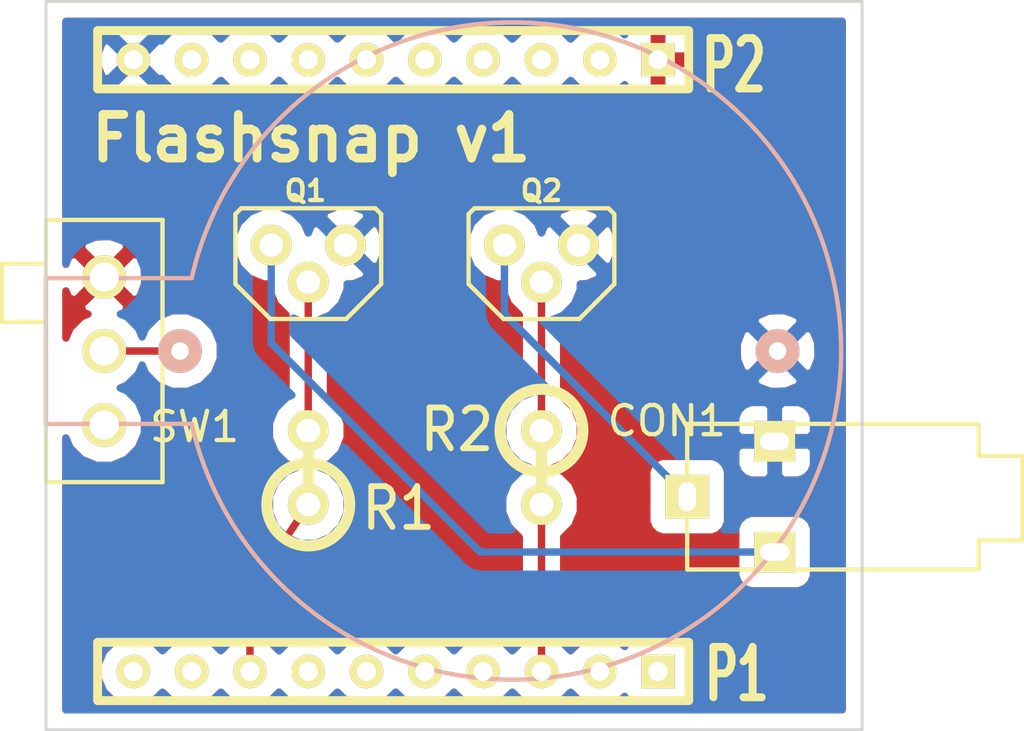
<source format=kicad_pcb>
(kicad_pcb (version 3) (host pcbnew "(2013-jul-07)-stable")

  (general
    (links 12)
    (no_connects 0)
    (area 178.170999 134.949999 216.240111 161.683)
    (thickness 1.6)
    (drawings 5)
    (tracks 12)
    (zones 0)
    (modules 9)
    (nets 10)
  )

  (page A3)
  (layers
    (15 F.Cu signal)
    (0 B.Cu signal)
    (16 B.Adhes user)
    (17 F.Adhes user)
    (18 B.Paste user)
    (19 F.Paste user)
    (20 B.SilkS user)
    (21 F.SilkS user)
    (22 B.Mask user)
    (23 F.Mask user)
    (24 Dwgs.User user)
    (25 Cmts.User user)
    (26 Eco1.User user)
    (27 Eco2.User user)
    (28 Edge.Cuts user)
  )

  (setup
    (last_trace_width 0.254)
    (trace_clearance 0.254)
    (zone_clearance 0.508)
    (zone_45_only no)
    (trace_min 0.254)
    (segment_width 0.2)
    (edge_width 0.1)
    (via_size 0.889)
    (via_drill 0.635)
    (via_min_size 0.889)
    (via_min_drill 0.508)
    (uvia_size 0.508)
    (uvia_drill 0.127)
    (uvias_allowed no)
    (uvia_min_size 0.508)
    (uvia_min_drill 0.127)
    (pcb_text_width 0.3)
    (pcb_text_size 1.5 1.5)
    (mod_edge_width 0.15)
    (mod_text_size 1 1)
    (mod_text_width 0.15)
    (pad_size 1.5 1.5)
    (pad_drill 0.6)
    (pad_to_mask_clearance 0)
    (aux_axis_origin 0 0)
    (visible_elements FFFFFFBF)
    (pcbplotparams
      (layerselection 3178497)
      (usegerberextensions true)
      (excludeedgelayer true)
      (linewidth 0.150000)
      (plotframeref false)
      (viasonmask false)
      (mode 1)
      (useauxorigin false)
      (hpglpennumber 1)
      (hpglpenspeed 20)
      (hpglpendiameter 15)
      (hpglpenoverlay 2)
      (psnegative false)
      (psa4output false)
      (plotreference true)
      (plotvalue true)
      (plotothertext true)
      (plotinvisibletext false)
      (padsonsilk false)
      (subtractmaskfromsilk false)
      (outputformat 1)
      (mirror false)
      (drillshape 1)
      (scaleselection 1)
      (outputdirectory ""))
  )

  (net 0 "")
  (net 1 N-000001)
  (net 2 N-0000010)
  (net 3 N-0000011)
  (net 4 N-0000012)
  (net 5 N-000004)
  (net 6 N-000005)
  (net 7 N-000007)
  (net 8 N-000008)
  (net 9 N-000009)

  (net_class Default "This is the default net class."
    (clearance 0.254)
    (trace_width 0.254)
    (via_dia 0.889)
    (via_drill 0.635)
    (uvia_dia 0.508)
    (uvia_drill 0.127)
    (add_net "")
    (add_net N-000001)
    (add_net N-0000010)
    (add_net N-0000011)
    (add_net N-0000012)
    (add_net N-000004)
    (add_net N-000005)
    (add_net N-000007)
    (add_net N-000008)
    (add_net N-000009)
  )

  (module R1 (layer F.Cu) (tedit 54821646) (tstamp 5481E619)
    (at 189 151 90)
    (descr "Resistance verticale")
    (tags R)
    (path /5481CDAF)
    (autoplace_cost90 10)
    (autoplace_cost180 10)
    (fp_text reference R1 (at -1.4 3.1 180) (layer F.SilkS)
      (effects (font (size 1.397 1.27) (thickness 0.2032)))
    )
    (fp_text value R (at -1.143 2.54 90) (layer F.SilkS) hide
      (effects (font (size 1.397 1.27) (thickness 0.2032)))
    )
    (fp_line (start -1.27 0) (end 1.27 0) (layer F.SilkS) (width 0.381))
    (fp_circle (center -1.27 0) (end -0.635 1.27) (layer F.SilkS) (width 0.381))
    (pad 1 thru_hole circle (at -1.27 0 90) (size 1.397 1.397) (drill 0.8128)
      (layers *.Cu *.Mask F.SilkS)
      (net 4 N-0000012)
    )
    (pad 2 thru_hole circle (at 1.27 0 90) (size 1.397 1.397) (drill 0.8128)
      (layers *.Cu *.Mask F.SilkS)
      (net 7 N-000007)
    )
    (model discret/verti_resistor.wrl
      (at (xyz 0 0 0))
      (scale (xyz 1 1 1))
      (rotate (xyz 0 0 0))
    )
  )

  (module R1 (layer F.Cu) (tedit 5482161D) (tstamp 5482121D)
    (at 197 151 270)
    (descr "Resistance verticale")
    (tags R)
    (path /5481CDBE)
    (autoplace_cost90 10)
    (autoplace_cost180 10)
    (fp_text reference R2 (at -1.3 2.9 360) (layer F.SilkS)
      (effects (font (size 1.397 1.27) (thickness 0.2032)))
    )
    (fp_text value R (at -1.143 2.54 270) (layer F.SilkS) hide
      (effects (font (size 1.397 1.27) (thickness 0.2032)))
    )
    (fp_line (start -1.27 0) (end 1.27 0) (layer F.SilkS) (width 0.381))
    (fp_circle (center -1.27 0) (end -0.635 1.27) (layer F.SilkS) (width 0.381))
    (pad 1 thru_hole circle (at -1.27 0 270) (size 1.397 1.397) (drill 0.8128)
      (layers *.Cu *.Mask F.SilkS)
      (net 9 N-000009)
    )
    (pad 2 thru_hole circle (at 1.27 0 270) (size 1.397 1.397) (drill 0.8128)
      (layers *.Cu *.Mask F.SilkS)
      (net 8 N-000008)
    )
    (model discret/verti_resistor.wrl
      (at (xyz 0 0 0))
      (scale (xyz 1 1 1))
      (rotate (xyz 0 0 0))
    )
  )

  (module CONN-10-2MM (layer F.Cu) (tedit 548216CC) (tstamp 5481E633)
    (at 192 137 180)
    (descr "Connecteur 10 pins")
    (tags "CONN DEV")
    (path /5481CE79)
    (fp_text reference P2 (at -11.6 -0.2 180) (layer F.SilkS)
      (effects (font (size 1.72974 1.08712) (thickness 0.27178)))
    )
    (fp_text value CONN_10 (at 6.35 -2.54 180) (layer F.SilkS) hide
      (effects (font (size 1.524 1.016) (thickness 0.254)))
    )
    (fp_line (start 10.22604 -0.97536) (end 10.22604 0.94996) (layer F.SilkS) (width 0.3048))
    (fp_line (start -10.05078 0.97536) (end -10.05078 -0.97536) (layer F.SilkS) (width 0.3048))
    (fp_line (start -10.05078 1.00076) (end 10.22604 1.00076) (layer F.SilkS) (width 0.3048))
    (fp_line (start 10.22604 -1.00076) (end -10.05078 -1.00076) (layer F.SilkS) (width 0.3048))
    (pad 10 thru_hole circle (at 8.99922 0 180) (size 1.15062 1.15062) (drill 0.65024)
      (layers *.Cu *.Mask F.SilkS)
      (net 5 N-000004)
    )
    (pad 6 thru_hole circle (at 1.00076 0 180) (size 1.15062 1.15062) (drill 0.65024)
      (layers *.Cu *.Mask F.SilkS)
    )
    (pad 7 thru_hole circle (at 2.99974 0 180) (size 1.15062 1.15062) (drill 0.65024)
      (layers *.Cu *.Mask F.SilkS)
    )
    (pad 8 thru_hole circle (at 5.00126 0 180) (size 1.15062 1.15062) (drill 0.65024)
      (layers *.Cu *.Mask F.SilkS)
    )
    (pad 9 thru_hole circle (at 7.00024 0 180) (size 1.15062 1.15062) (drill 0.65024)
      (layers *.Cu *.Mask F.SilkS)
    )
    (pad 5 thru_hole circle (at -1.00076 0 180) (size 1.15062 1.15062) (drill 0.65024)
      (layers *.Cu *.Mask F.SilkS)
    )
    (pad 4 thru_hole circle (at -2.99974 0 180) (size 1.15062 1.15062) (drill 0.65024)
      (layers *.Cu *.Mask F.SilkS)
    )
    (pad 3 thru_hole circle (at -5.00126 0 180) (size 1.15062 1.15062) (drill 0.65024)
      (layers *.Cu *.Mask F.SilkS)
    )
    (pad 1 thru_hole rect (at -8.99922 0 180) (size 1.15062 1.15062) (drill 0.65024)
      (layers *.Cu *.Mask F.SilkS)
      (net 1 N-000001)
    )
    (pad 2 thru_hole circle (at -7.00024 0 180) (size 1.15062 1.15062) (drill 0.65024)
      (layers *.Cu *.Mask F.SilkS)
    )
  )

  (module CONN-10-2MM (layer F.Cu) (tedit 548216B7) (tstamp 5481E645)
    (at 192 158 180)
    (descr "Connecteur 10 pins")
    (tags "CONN DEV")
    (path /5481CE88)
    (fp_text reference P1 (at -11.7 -0.1 180) (layer F.SilkS)
      (effects (font (size 1.72974 1.08712) (thickness 0.27178)))
    )
    (fp_text value CONN_10 (at 6.35 -2.54 180) (layer F.SilkS) hide
      (effects (font (size 1.524 1.016) (thickness 0.254)))
    )
    (fp_line (start 10.22604 -0.97536) (end 10.22604 0.94996) (layer F.SilkS) (width 0.3048))
    (fp_line (start -10.05078 0.97536) (end -10.05078 -0.97536) (layer F.SilkS) (width 0.3048))
    (fp_line (start -10.05078 1.00076) (end 10.22604 1.00076) (layer F.SilkS) (width 0.3048))
    (fp_line (start 10.22604 -1.00076) (end -10.05078 -1.00076) (layer F.SilkS) (width 0.3048))
    (pad 10 thru_hole circle (at 8.99922 0 180) (size 1.15062 1.15062) (drill 0.65024)
      (layers *.Cu *.Mask F.SilkS)
    )
    (pad 6 thru_hole circle (at 1.00076 0 180) (size 1.15062 1.15062) (drill 0.65024)
      (layers *.Cu *.Mask F.SilkS)
    )
    (pad 7 thru_hole circle (at 2.99974 0 180) (size 1.15062 1.15062) (drill 0.65024)
      (layers *.Cu *.Mask F.SilkS)
    )
    (pad 8 thru_hole circle (at 5.00126 0 180) (size 1.15062 1.15062) (drill 0.65024)
      (layers *.Cu *.Mask F.SilkS)
      (net 4 N-0000012)
    )
    (pad 9 thru_hole circle (at 7.00024 0 180) (size 1.15062 1.15062) (drill 0.65024)
      (layers *.Cu *.Mask F.SilkS)
    )
    (pad 5 thru_hole circle (at -1.00076 0 180) (size 1.15062 1.15062) (drill 0.65024)
      (layers *.Cu *.Mask F.SilkS)
    )
    (pad 4 thru_hole circle (at -2.99974 0 180) (size 1.15062 1.15062) (drill 0.65024)
      (layers *.Cu *.Mask F.SilkS)
    )
    (pad 3 thru_hole circle (at -5.00126 0 180) (size 1.15062 1.15062) (drill 0.65024)
      (layers *.Cu *.Mask F.SilkS)
      (net 8 N-000008)
    )
    (pad 1 thru_hole rect (at -8.99922 0 180) (size 1.15062 1.15062) (drill 0.65024)
      (layers *.Cu *.Mask F.SilkS)
    )
    (pad 2 thru_hole circle (at -7.00024 0 180) (size 1.15062 1.15062) (drill 0.65024)
      (layers *.Cu *.Mask F.SilkS)
    )
  )

  (module TO92PN (layer F.Cu) (tedit 54821743) (tstamp 5481F7B9)
    (at 189 144)
    (path /5481CD91)
    (fp_text reference Q1 (at -0.1 -2.5) (layer F.SilkS)
      (effects (font (size 0.7 0.7) (thickness 0.15)))
    )
    (fp_text value NPN (at 0 0.6) (layer F.SilkS) hide
      (effects (font (size 0.6 0.6) (thickness 0.15)))
    )
    (fp_line (start 1.3 1.9) (end -1.3 1.9) (layer F.SilkS) (width 0.15))
    (fp_line (start -2.5 -1.7) (end -2.3 -1.9) (layer F.SilkS) (width 0.15))
    (fp_line (start -2.3 -1.9) (end 2.3 -1.9) (layer F.SilkS) (width 0.15))
    (fp_line (start 2.3 -1.9) (end 2.5 -1.7) (layer F.SilkS) (width 0.15))
    (fp_line (start 2.5 -1.7) (end 2.5 0.7) (layer F.SilkS) (width 0.15))
    (fp_line (start 2.5 0.7) (end 1.3 1.9) (layer F.SilkS) (width 0.15))
    (fp_line (start -1.3 1.9) (end -2.5 0.7) (layer F.SilkS) (width 0.15))
    (fp_line (start -2.5 0.7) (end -2.5 -1.7) (layer F.SilkS) (width 0.15))
    (pad 1 thru_hole circle (at 1.27 -0.635) (size 1.4 1.4) (drill 0.8)
      (layers *.Cu *.Mask F.SilkS)
      (net 5 N-000004)
    )
    (pad 2 thru_hole circle (at 0 0.635) (size 1.4 1.4) (drill 0.8)
      (layers *.Cu *.Mask F.SilkS)
      (net 7 N-000007)
    )
    (pad 3 thru_hole circle (at -1.27 -0.635) (size 1.4 1.4) (drill 0.8)
      (layers *.Cu *.Mask F.SilkS)
      (net 3 N-0000011)
    )
    (model to-xxx-packages/to92.wrl
      (at (xyz 0 0 0))
      (scale (xyz 1 1 1))
      (rotate (xyz 0 0 0))
    )
  )

  (module TO92PN (layer F.Cu) (tedit 54821760) (tstamp 548210D8)
    (at 197 144)
    (path /5481CDA0)
    (fp_text reference Q2 (at 0 -2.5) (layer F.SilkS)
      (effects (font (size 0.7 0.7) (thickness 0.15)))
    )
    (fp_text value NPN (at 0 0.6) (layer F.SilkS) hide
      (effects (font (size 0.6 0.6) (thickness 0.15)))
    )
    (fp_line (start 1.3 1.9) (end -1.3 1.9) (layer F.SilkS) (width 0.15))
    (fp_line (start -2.5 -1.7) (end -2.3 -1.9) (layer F.SilkS) (width 0.15))
    (fp_line (start -2.3 -1.9) (end 2.3 -1.9) (layer F.SilkS) (width 0.15))
    (fp_line (start 2.3 -1.9) (end 2.5 -1.7) (layer F.SilkS) (width 0.15))
    (fp_line (start 2.5 -1.7) (end 2.5 0.7) (layer F.SilkS) (width 0.15))
    (fp_line (start 2.5 0.7) (end 1.3 1.9) (layer F.SilkS) (width 0.15))
    (fp_line (start -1.3 1.9) (end -2.5 0.7) (layer F.SilkS) (width 0.15))
    (fp_line (start -2.5 0.7) (end -2.5 -1.7) (layer F.SilkS) (width 0.15))
    (pad 1 thru_hole circle (at 1.27 -0.635) (size 1.4 1.4) (drill 0.8)
      (layers *.Cu *.Mask F.SilkS)
      (net 5 N-000004)
    )
    (pad 2 thru_hole circle (at 0 0.635) (size 1.4 1.4) (drill 0.8)
      (layers *.Cu *.Mask F.SilkS)
      (net 9 N-000009)
    )
    (pad 3 thru_hole circle (at -1.27 -0.635) (size 1.4 1.4) (drill 0.8)
      (layers *.Cu *.Mask F.SilkS)
      (net 2 N-0000010)
    )
    (model to-xxx-packages/to92.wrl
      (at (xyz 0 0 0))
      (scale (xyz 1 1 1))
      (rotate (xyz 0 0 0))
    )
  )

  (module SJ2.5PC (layer F.Cu) (tedit 548216AD) (tstamp 548203A6)
    (at 207 152 180)
    (path /5481CDCD)
    (fp_text reference CON1 (at 5.7 2.6 180) (layer F.SilkS)
      (effects (font (size 1 1) (thickness 0.15)))
    )
    (fp_text value BARREL_JACK (at -2.8 3.9 180) (layer F.SilkS) hide
      (effects (font (size 1 1) (thickness 0.15)))
    )
    (fp_line (start 5 2.5) (end -5 2.5) (layer F.SilkS) (width 0.15))
    (fp_line (start -5 -1.5) (end -6.5 -1.5) (layer F.SilkS) (width 0.15))
    (fp_line (start -6.5 -1.5) (end -6.5 1.4) (layer F.SilkS) (width 0.15))
    (fp_line (start -5 2.5) (end -5 1.4) (layer F.SilkS) (width 0.15))
    (fp_line (start -5 1.4) (end -6.5 1.4) (layer F.SilkS) (width 0.15))
    (fp_line (start 5 -2.5) (end -5 -2.5) (layer F.SilkS) (width 0.15))
    (fp_line (start -5 -2.5) (end -5 -1.5) (layer F.SilkS) (width 0.15))
    (fp_line (start 5 -2.5) (end 5 2.5) (layer F.SilkS) (width 0.15))
    (pad 3 thru_hole rect (at 5 0 180) (size 1.5 1.5) (drill oval 0.6 1)
      (layers *.Cu *.Mask F.SilkS)
      (net 2 N-0000010)
    )
    (pad 2 thru_hole rect (at 2 -1.9 180) (size 1.4 1.4) (drill oval 1 0.6)
      (layers *.Cu *.Mask F.SilkS)
      (net 3 N-0000011)
    )
    (pad 1 thru_hole rect (at 2 1.9 180) (size 1.4 1.4) (drill oval 1 0.6)
      (layers *.Cu *.Mask F.SilkS)
      (net 5 N-000004)
    )
  )

  (module BX2032 (layer B.Cu) (tedit 54821A17) (tstamp 5482117B)
    (at 196 147)
    (path /5481CEA9)
    (fp_text reference BT1 (at 0 6) (layer B.SilkS) hide
      (effects (font (size 1 1) (thickness 0.15)) (justify mirror))
    )
    (fp_text value BATTERY (at 0 -5.5) (layer B.SilkS) hide
      (effects (font (size 1 1) (thickness 0.15)) (justify mirror))
    )
    (fp_arc (start 0 0) (end 2.5 -11) (angle -90) (layer B.SilkS) (width 0.15))
    (fp_arc (start 0 0) (end 11 -2.5) (angle -90) (layer B.SilkS) (width 0.15))
    (fp_arc (start 0 0) (end 2.5 11) (angle -90) (layer B.SilkS) (width 0.15))
    (fp_arc (start 0 0) (end -11 2.5) (angle -90) (layer B.SilkS) (width 0.15))
    (fp_line (start -11 2.5) (end -16 2.5) (layer B.SilkS) (width 0.15))
    (fp_line (start -16 2.5) (end -16 -2.5) (layer B.SilkS) (width 0.15))
    (fp_line (start -16 -2.5) (end -11 -2.5) (layer B.SilkS) (width 0.15))
    (pad 2 thru_hole circle (at 9.1 0) (size 1.5 1.5) (drill 0.6)
      (layers *.Cu *.Mask B.SilkS)
      (net 5 N-000004)
    )
    (pad 1 thru_hole circle (at -11.4 0) (size 1.5 1.5) (drill 0.6)
      (layers *.Cu *.Mask B.SilkS)
      (net 6 N-000005)
    )
  )

  (module SLIDE_SWITCH (layer F.Cu) (tedit 548216FA) (tstamp 54820B3B)
    (at 182 147 90)
    (path /5481CEE6)
    (fp_text reference SW1 (at -2.6 3.1 180) (layer F.SilkS)
      (effects (font (size 1 1) (thickness 0.15)))
    )
    (fp_text value SWITCH_INV (at 0 3.81 90) (layer F.SilkS) hide
      (effects (font (size 1 1) (thickness 0.15)))
    )
    (fp_line (start 3 -2) (end 3 -3.5) (layer F.SilkS) (width 0.15))
    (fp_line (start 3 -3.5) (end 1 -3.5) (layer F.SilkS) (width 0.15))
    (fp_line (start 1 -3.5) (end 1 -2) (layer F.SilkS) (width 0.15))
    (fp_line (start 0 -2) (end 4.5 -2) (layer F.SilkS) (width 0.15))
    (fp_line (start 4.5 -2) (end 4.5 2) (layer F.SilkS) (width 0.15))
    (fp_line (start 4.5 2) (end -4.5 2) (layer F.SilkS) (width 0.15))
    (fp_line (start -4.5 2) (end -4.5 -2) (layer F.SilkS) (width 0.15))
    (fp_line (start -4.5 -2) (end 0 -2) (layer F.SilkS) (width 0.15))
    (pad 2 thru_hole circle (at 0 0 90) (size 1.5 1.5) (drill 1)
      (layers *.Cu *.Mask F.SilkS)
      (net 6 N-000005)
    )
    (pad 1 thru_hole circle (at 2.54 0 90) (size 1.5 1.5) (drill 1)
      (layers *.Cu *.Mask F.SilkS)
      (net 1 N-000001)
    )
    (pad 3 thru_hole circle (at -2.54 0 90) (size 1.5 1.5) (drill 1)
      (layers *.Cu *.Mask F.SilkS)
    )
  )

  (gr_text "Flashsnap v1" (at 189.1 139.7) (layer F.SilkS)
    (effects (font (size 1.5 1.5) (thickness 0.3)))
  )
  (gr_line (start 208 160) (end 180 160) (angle 90) (layer Edge.Cuts) (width 0.1))
  (gr_line (start 208 135) (end 208 160) (angle 90) (layer Edge.Cuts) (width 0.1))
  (gr_line (start 180 135) (end 208 135) (angle 90) (layer Edge.Cuts) (width 0.1))
  (gr_line (start 180 160) (end 180 135) (angle 90) (layer Edge.Cuts) (width 0.1))

  (segment (start 195.73 143.365) (end 195.73 145.73) (width 0.254) (layer B.Cu) (net 2) (status 10))
  (segment (start 195.73 145.73) (end 202 152) (width 0.254) (layer B.Cu) (net 2) (tstamp 54821149))
  (segment (start 187.73 143.365) (end 187.73 146.73) (width 0.254) (layer B.Cu) (net 3))
  (segment (start 194.9 153.9) (end 205 153.9) (width 0.254) (layer B.Cu) (net 3) (tstamp 54821232))
  (segment (start 187.73 146.73) (end 194.9 153.9) (width 0.254) (layer B.Cu) (net 3) (tstamp 5482122E))
  (segment (start 186.99874 158) (end 186.99874 155.27126) (width 0.254) (layer F.Cu) (net 4))
  (segment (start 186.99874 155.27126) (end 189 152.27) (width 0.254) (layer F.Cu) (net 4) (tstamp 54820C0B) (status 20))
  (segment (start 182 147) (end 184.6 147) (width 0.254) (layer F.Cu) (net 6) (status 20))
  (segment (start 189 149.73) (end 189 144.635) (width 0.254) (layer F.Cu) (net 7) (status 10))
  (segment (start 197.00126 158) (end 197.00126 152.27126) (width 0.254) (layer F.Cu) (net 8) (status 20))
  (segment (start 197.00126 152.27126) (end 197 152.27) (width 0.254) (layer F.Cu) (net 8) (tstamp 54820C20) (status 30))
  (segment (start 197 149.73) (end 197 144.635) (width 0.254) (layer F.Cu) (net 9) (status 10))

  (zone (net 5) (net_name N-000004) (layer B.Cu) (tstamp 54821022) (hatch edge 0.508)
    (connect_pads (clearance 0.508))
    (min_thickness 0.254)
    (fill (arc_segments 16) (thermal_gap 0.508) (thermal_bridge_width 0.508))
    (polygon
      (pts
        (xy 207.6 159.6) (xy 180.4 159.6) (xy 180.4 135.4) (xy 207.6 135.4)
      )
    )
    (filled_polygon
      (pts
        (xy 207.315 159.315) (xy 206.497198 159.315) (xy 206.497198 147.20483) (xy 206.469228 146.654554) (xy 206.312458 146.276078)
        (xy 206.071517 146.208088) (xy 205.891912 146.387693) (xy 205.891912 146.028483) (xy 205.823922 145.787542) (xy 205.30483 145.602802)
        (xy 204.754554 145.630772) (xy 204.376078 145.787542) (xy 204.308088 146.028483) (xy 205.1 146.820395) (xy 205.891912 146.028483)
        (xy 205.891912 146.387693) (xy 205.279605 147) (xy 206.071517 147.791912) (xy 206.312458 147.723922) (xy 206.497198 147.20483)
        (xy 206.497198 159.315) (xy 206.33511 159.315) (xy 206.33511 154.474245) (xy 206.33511 153.074245) (xy 206.33511 150.674245)
        (xy 206.33511 149.525755) (xy 206.334889 149.273136) (xy 206.238013 149.039832) (xy 206.059229 148.861359) (xy 205.891912 148.792225)
        (xy 205.891912 147.971517) (xy 205.1 147.179605) (xy 204.920395 147.35921) (xy 204.920395 147) (xy 204.128483 146.208088)
        (xy 203.887542 146.276078) (xy 203.702802 146.79517) (xy 203.730772 147.345446) (xy 203.887542 147.723922) (xy 204.128483 147.791912)
        (xy 204.920395 147) (xy 204.920395 147.35921) (xy 204.308088 147.971517) (xy 204.376078 148.212458) (xy 204.89517 148.397198)
        (xy 205.445446 148.369228) (xy 205.823922 148.212458) (xy 205.891912 147.971517) (xy 205.891912 148.792225) (xy 205.825755 148.76489)
        (xy 205.28575 148.765) (xy 205.127 148.92375) (xy 205.127 149.973) (xy 206.17625 149.973) (xy 206.335 149.81425)
        (xy 206.33511 149.525755) (xy 206.33511 150.674245) (xy 206.335 150.38575) (xy 206.17625 150.227) (xy 205.127 150.227)
        (xy 205.127 151.27625) (xy 205.28575 151.435) (xy 205.825755 151.43511) (xy 206.059229 151.338641) (xy 206.238013 151.160168)
        (xy 206.334889 150.926864) (xy 206.33511 150.674245) (xy 206.33511 153.074245) (xy 206.238641 152.840771) (xy 206.060168 152.661987)
        (xy 205.826864 152.565111) (xy 205.574245 152.56489) (xy 204.873 152.56489) (xy 204.873 151.27625) (xy 204.873 150.227)
        (xy 204.873 149.973) (xy 204.873 148.92375) (xy 204.71425 148.765) (xy 204.174245 148.76489) (xy 203.940771 148.861359)
        (xy 203.761987 149.039832) (xy 203.665111 149.273136) (xy 203.66489 149.525755) (xy 203.665 149.81425) (xy 203.82375 149.973)
        (xy 204.873 149.973) (xy 204.873 150.227) (xy 203.82375 150.227) (xy 203.665 150.38575) (xy 203.66489 150.674245)
        (xy 203.665111 150.926864) (xy 203.761987 151.160168) (xy 203.940771 151.338641) (xy 204.174245 151.43511) (xy 204.71425 151.435)
        (xy 204.873 151.27625) (xy 204.873 152.56489) (xy 204.174245 152.56489) (xy 203.940771 152.661359) (xy 203.761987 152.839832)
        (xy 203.665111 153.073136) (xy 203.665054 153.138) (xy 203.260132 153.138) (xy 203.288013 153.110168) (xy 203.384889 152.876864)
        (xy 203.38511 152.624245) (xy 203.38511 151.124245) (xy 203.288641 150.890771) (xy 203.110168 150.711987) (xy 202.876864 150.615111)
        (xy 202.624245 150.61489) (xy 202.20964 150.61489) (xy 202.20964 137.449555) (xy 202.20964 136.298935) (xy 202.113171 136.065461)
        (xy 201.934698 135.886677) (xy 201.701394 135.789801) (xy 201.448775 135.78958) (xy 200.298155 135.78958) (xy 200.064681 135.886049)
        (xy 199.885897 136.064522) (xy 199.853771 136.14189) (xy 199.68672 135.974548) (xy 199.242042 135.789901) (xy 198.760551 135.789481)
        (xy 198.31555 135.973351) (xy 198.000499 136.287852) (xy 197.68774 135.974548) (xy 197.243062 135.789901) (xy 196.761571 135.789481)
        (xy 196.31657 135.973351) (xy 196.000247 136.289122) (xy 195.68622 135.974548) (xy 195.241542 135.789901) (xy 194.760051 135.789481)
        (xy 194.31505 135.973351) (xy 193.999999 136.287852) (xy 193.68724 135.974548) (xy 193.242562 135.789901) (xy 192.761071 135.789481)
        (xy 192.31607 135.973351) (xy 191.999747 136.289122) (xy 191.68572 135.974548) (xy 191.241042 135.789901) (xy 190.759551 135.789481)
        (xy 190.31455 135.973351) (xy 189.999499 136.287852) (xy 189.68674 135.974548) (xy 189.242062 135.789901) (xy 188.760571 135.789481)
        (xy 188.31557 135.973351) (xy 187.999247 136.289122) (xy 187.68522 135.974548) (xy 187.240542 135.789901) (xy 186.759051 135.789481)
        (xy 186.31405 135.973351) (xy 185.998999 136.287852) (xy 185.68624 135.974548) (xy 185.241562 135.789901) (xy 184.760071 135.789481)
        (xy 184.31507 135.973351) (xy 183.974308 136.31352) (xy 183.955923 136.357794) (xy 183.845592 136.334794) (xy 183.665986 136.514399)
        (xy 183.665986 136.155188) (xy 183.619522 135.932308) (xy 183.163835 135.776799) (xy 182.683324 135.807511) (xy 182.382038 135.932308)
        (xy 182.335574 136.155188) (xy 183.00078 136.820395) (xy 183.665986 136.155188) (xy 183.665986 136.514399) (xy 183.180385 137)
        (xy 183.845592 137.665206) (xy 183.955585 137.642275) (xy 183.973111 137.68469) (xy 184.31328 138.025452) (xy 184.757958 138.210099)
        (xy 185.239449 138.210519) (xy 185.68445 138.026649) (xy 185.9995 137.712147) (xy 186.31226 138.025452) (xy 186.756938 138.210099)
        (xy 187.238429 138.210519) (xy 187.68343 138.026649) (xy 187.999752 137.710877) (xy 188.31378 138.025452) (xy 188.758458 138.210099)
        (xy 189.239949 138.210519) (xy 189.68495 138.026649) (xy 190 137.712147) (xy 190.31276 138.025452) (xy 190.757438 138.210099)
        (xy 191.238929 138.210519) (xy 191.68393 138.026649) (xy 192.000252 137.710877) (xy 192.31428 138.025452) (xy 192.758958 138.210099)
        (xy 193.240449 138.210519) (xy 193.68545 138.026649) (xy 194.0005 137.712147) (xy 194.31326 138.025452) (xy 194.757938 138.210099)
        (xy 195.239429 138.210519) (xy 195.68443 138.026649) (xy 196.000752 137.710877) (xy 196.31478 138.025452) (xy 196.759458 138.210099)
        (xy 197.240949 138.210519) (xy 197.68595 138.026649) (xy 198.001 137.712147) (xy 198.31376 138.025452) (xy 198.758438 138.210099)
        (xy 199.239929 138.210519) (xy 199.68493 138.026649) (xy 199.85371 137.858161) (xy 199.885269 137.934539) (xy 200.063742 138.113323)
        (xy 200.297046 138.210199) (xy 200.549665 138.21042) (xy 201.700285 138.21042) (xy 201.933759 138.113951) (xy 202.112543 137.935478)
        (xy 202.209419 137.702174) (xy 202.20964 137.449555) (xy 202.20964 150.61489) (xy 201.69252 150.61489) (xy 199.617419 148.539789)
        (xy 199.617419 143.557878) (xy 199.588664 143.02756) (xy 199.441042 142.671169) (xy 199.205275 142.609331) (xy 199.025669 142.788936)
        (xy 199.025669 142.429725) (xy 198.963831 142.193958) (xy 198.462878 142.017581) (xy 197.93256 142.046336) (xy 197.576169 142.193958)
        (xy 197.514331 142.429725) (xy 198.27 143.185395) (xy 199.025669 142.429725) (xy 199.025669 142.788936) (xy 198.449605 143.365)
        (xy 199.205275 144.120669) (xy 199.441042 144.058831) (xy 199.617419 143.557878) (xy 199.617419 148.539789) (xy 197.047672 145.970042)
        (xy 197.264383 145.970231) (xy 197.755229 145.767418) (xy 198.131098 145.392204) (xy 198.334768 144.901713) (xy 198.334945 144.698439)
        (xy 198.60744 144.683664) (xy 198.963831 144.536042) (xy 199.025669 144.300275) (xy 198.27 143.544605) (xy 198.255857 143.558747)
        (xy 198.076252 143.379142) (xy 198.090395 143.365) (xy 197.334725 142.609331) (xy 197.098958 142.671169) (xy 197.001803 142.94711)
        (xy 196.862418 142.609771) (xy 196.487204 142.233902) (xy 195.996713 142.030232) (xy 195.465617 142.029769) (xy 194.974771 142.232582)
        (xy 194.598902 142.607796) (xy 194.395232 143.098287) (xy 194.394769 143.629383) (xy 194.597582 144.120229) (xy 194.968 144.491293)
        (xy 194.968 145.73) (xy 195.026004 146.021605) (xy 195.191185 146.268815) (xy 197.356517 148.434147) (xy 197.266413 148.396733)
        (xy 196.735914 148.39627) (xy 196.24562 148.598855) (xy 195.870174 148.973647) (xy 195.666733 149.463587) (xy 195.66627 149.994086)
        (xy 195.868855 150.48438) (xy 196.243647 150.859826) (xy 196.581448 151.000093) (xy 196.24562 151.138855) (xy 195.870174 151.513647)
        (xy 195.666733 152.003587) (xy 195.66627 152.534086) (xy 195.868855 153.02438) (xy 195.982277 153.138) (xy 195.21563 153.138)
        (xy 191.617419 149.539788) (xy 191.617419 143.557878) (xy 191.588664 143.02756) (xy 191.441042 142.671169) (xy 191.205275 142.609331)
        (xy 191.025669 142.788936) (xy 191.025669 142.429725) (xy 190.963831 142.193958) (xy 190.462878 142.017581) (xy 189.93256 142.046336)
        (xy 189.576169 142.193958) (xy 189.514331 142.429725) (xy 190.27 143.185395) (xy 191.025669 142.429725) (xy 191.025669 142.788936)
        (xy 190.449605 143.365) (xy 191.205275 144.120669) (xy 191.441042 144.058831) (xy 191.617419 143.557878) (xy 191.617419 149.539788)
        (xy 188.492 146.414369) (xy 188.492 145.869576) (xy 188.733287 145.969768) (xy 189.264383 145.970231) (xy 189.755229 145.767418)
        (xy 190.131098 145.392204) (xy 190.334768 144.901713) (xy 190.334945 144.698439) (xy 190.60744 144.683664) (xy 190.963831 144.536042)
        (xy 191.025669 144.300275) (xy 190.27 143.544605) (xy 190.255857 143.558747) (xy 190.076252 143.379142) (xy 190.090395 143.365)
        (xy 189.334725 142.609331) (xy 189.098958 142.671169) (xy 189.001803 142.94711) (xy 188.862418 142.609771) (xy 188.487204 142.233902)
        (xy 187.996713 142.030232) (xy 187.465617 142.029769) (xy 186.974771 142.232582) (xy 186.598902 142.607796) (xy 186.395232 143.098287)
        (xy 186.394769 143.629383) (xy 186.597582 144.120229) (xy 186.968 144.491293) (xy 186.968 146.73) (xy 187.026004 147.021605)
        (xy 187.191185 147.268815) (xy 188.440643 148.518273) (xy 188.24562 148.598855) (xy 187.870174 148.973647) (xy 187.666733 149.463587)
        (xy 187.66627 149.994086) (xy 187.868855 150.48438) (xy 188.243647 150.859826) (xy 188.581448 151.000093) (xy 188.24562 151.138855)
        (xy 187.870174 151.513647) (xy 187.666733 152.003587) (xy 187.66627 152.534086) (xy 187.868855 153.02438) (xy 188.243647 153.399826)
        (xy 188.733587 153.603267) (xy 189.264086 153.60373) (xy 189.75438 153.401145) (xy 190.129826 153.026353) (xy 190.333267 152.536413)
        (xy 190.33373 152.005914) (xy 190.131145 151.51562) (xy 189.756353 151.140174) (xy 189.418551 150.999906) (xy 189.75438 150.861145)
        (xy 190.129826 150.486353) (xy 190.211655 150.289285) (xy 194.361184 154.438815) (xy 194.361185 154.438815) (xy 194.608395 154.603996)
        (xy 194.9 154.662) (xy 203.66489 154.662) (xy 203.66489 154.725755) (xy 203.761359 154.959229) (xy 203.939832 155.138013)
        (xy 204.173136 155.234889) (xy 204.425755 155.23511) (xy 205.825755 155.23511) (xy 206.059229 155.138641) (xy 206.238013 154.960168)
        (xy 206.334889 154.726864) (xy 206.33511 154.474245) (xy 206.33511 159.315) (xy 202.20964 159.315) (xy 202.20964 158.449555)
        (xy 202.20964 157.298935) (xy 202.113171 157.065461) (xy 201.934698 156.886677) (xy 201.701394 156.789801) (xy 201.448775 156.78958)
        (xy 200.298155 156.78958) (xy 200.064681 156.886049) (xy 199.885897 157.064522) (xy 199.853771 157.14189) (xy 199.68672 156.974548)
        (xy 199.242042 156.789901) (xy 198.760551 156.789481) (xy 198.31555 156.973351) (xy 198.000499 157.287852) (xy 197.68774 156.974548)
        (xy 197.243062 156.789901) (xy 196.761571 156.789481) (xy 196.31657 156.973351) (xy 196.000247 157.289122) (xy 195.68622 156.974548)
        (xy 195.241542 156.789901) (xy 194.760051 156.789481) (xy 194.31505 156.973351) (xy 193.999999 157.287852) (xy 193.68724 156.974548)
        (xy 193.242562 156.789901) (xy 192.761071 156.789481) (xy 192.31607 156.973351) (xy 191.999747 157.289122) (xy 191.68572 156.974548)
        (xy 191.241042 156.789901) (xy 190.759551 156.789481) (xy 190.31455 156.973351) (xy 189.999499 157.287852) (xy 189.68674 156.974548)
        (xy 189.242062 156.789901) (xy 188.760571 156.789481) (xy 188.31557 156.973351) (xy 187.999247 157.289122) (xy 187.68522 156.974548)
        (xy 187.240542 156.789901) (xy 186.759051 156.789481) (xy 186.31405 156.973351) (xy 185.998999 157.287852) (xy 185.68624 156.974548)
        (xy 185.241562 156.789901) (xy 184.760071 156.789481) (xy 184.31507 156.973351) (xy 184.000019 157.287852) (xy 183.68726 156.974548)
        (xy 183.242582 156.789901) (xy 182.761091 156.789481) (xy 182.31609 156.973351) (xy 181.975328 157.31352) (xy 181.790681 157.758198)
        (xy 181.790261 158.239689) (xy 181.974131 158.68469) (xy 182.3143 159.025452) (xy 182.758978 159.210099) (xy 183.240469 159.210519)
        (xy 183.68547 159.026649) (xy 184.00052 158.712147) (xy 184.31328 159.025452) (xy 184.757958 159.210099) (xy 185.239449 159.210519)
        (xy 185.68445 159.026649) (xy 185.9995 158.712147) (xy 186.31226 159.025452) (xy 186.756938 159.210099) (xy 187.238429 159.210519)
        (xy 187.68343 159.026649) (xy 187.999752 158.710877) (xy 188.31378 159.025452) (xy 188.758458 159.210099) (xy 189.239949 159.210519)
        (xy 189.68495 159.026649) (xy 190 158.712147) (xy 190.31276 159.025452) (xy 190.757438 159.210099) (xy 191.238929 159.210519)
        (xy 191.68393 159.026649) (xy 192.000252 158.710877) (xy 192.31428 159.025452) (xy 192.758958 159.210099) (xy 193.240449 159.210519)
        (xy 193.68545 159.026649) (xy 194.0005 158.712147) (xy 194.31326 159.025452) (xy 194.757938 159.210099) (xy 195.239429 159.210519)
        (xy 195.68443 159.026649) (xy 196.000752 158.710877) (xy 196.31478 159.025452) (xy 196.759458 159.210099) (xy 197.240949 159.210519)
        (xy 197.68595 159.026649) (xy 198.001 158.712147) (xy 198.31376 159.025452) (xy 198.758438 159.210099) (xy 199.239929 159.210519)
        (xy 199.68493 159.026649) (xy 199.85371 158.858161) (xy 199.885269 158.934539) (xy 200.063742 159.113323) (xy 200.297046 159.210199)
        (xy 200.549665 159.21042) (xy 201.700285 159.21042) (xy 201.933759 159.113951) (xy 202.112543 158.935478) (xy 202.209419 158.702174)
        (xy 202.20964 158.449555) (xy 202.20964 159.315) (xy 180.685 159.315) (xy 180.685 149.984276) (xy 180.82517 150.323514)
        (xy 181.214437 150.713461) (xy 181.723298 150.924758) (xy 182.274285 150.925239) (xy 182.783514 150.71483) (xy 183.173461 150.325563)
        (xy 183.384758 149.816702) (xy 183.385239 149.265715) (xy 183.17483 148.756486) (xy 182.785563 148.366539) (xy 182.553127 148.270023)
        (xy 182.783514 148.17483) (xy 183.173461 147.785563) (xy 183.30005 147.480701) (xy 183.42517 147.783514) (xy 183.814437 148.173461)
        (xy 184.323298 148.384758) (xy 184.874285 148.385239) (xy 185.383514 148.17483) (xy 185.773461 147.785563) (xy 185.984758 147.276702)
        (xy 185.985239 146.725715) (xy 185.77483 146.216486) (xy 185.385563 145.826539) (xy 184.876702 145.615242) (xy 184.325715 145.614761)
        (xy 183.816486 145.82517) (xy 183.665986 145.975407) (xy 183.665986 137.844812) (xy 183.00078 137.179605) (xy 182.821175 137.35921)
        (xy 182.821175 137) (xy 182.155968 136.334794) (xy 181.933088 136.381258) (xy 181.777579 136.836945) (xy 181.808291 137.317456)
        (xy 181.933088 137.618742) (xy 182.155968 137.665206) (xy 182.821175 137) (xy 182.821175 137.35921) (xy 182.335574 137.844812)
        (xy 182.382038 138.067692) (xy 182.837725 138.223201) (xy 183.318236 138.192489) (xy 183.619522 138.067692) (xy 183.665986 137.844812)
        (xy 183.665986 145.975407) (xy 183.426539 146.214437) (xy 183.299949 146.519298) (xy 183.17483 146.216486) (xy 182.785563 145.826539)
        (xy 182.553127 145.730023) (xy 182.783514 145.63483) (xy 183.173461 145.245563) (xy 183.384758 144.736702) (xy 183.385239 144.185715)
        (xy 183.17483 143.676486) (xy 182.785563 143.286539) (xy 182.276702 143.075242) (xy 181.725715 143.074761) (xy 181.216486 143.28517)
        (xy 180.826539 143.674437) (xy 180.685 144.015301) (xy 180.685 135.685) (xy 207.315 135.685) (xy 207.315 159.315)
      )
    )
  )
  (zone (net 1) (net_name N-000001) (layer F.Cu) (tstamp 54821065) (hatch edge 0.508)
    (connect_pads (clearance 0.508))
    (min_thickness 0.254)
    (fill (arc_segments 16) (thermal_gap 0.508) (thermal_bridge_width 0.508))
    (polygon
      (pts
        (xy 207.6 159.6) (xy 180.4 159.6) (xy 180.4 135.4) (xy 207.6 135.4)
      )
    )
    (filled_polygon
      (pts
        (xy 207.315 159.315) (xy 206.485239 159.315) (xy 206.485239 146.725715) (xy 206.27483 146.216486) (xy 205.885563 145.826539)
        (xy 205.376702 145.615242) (xy 204.825715 145.614761) (xy 204.316486 145.82517) (xy 203.926539 146.214437) (xy 203.715242 146.723298)
        (xy 203.714761 147.274285) (xy 203.92517 147.783514) (xy 204.314437 148.173461) (xy 204.823298 148.384758) (xy 205.374285 148.385239)
        (xy 205.883514 148.17483) (xy 206.273461 147.785563) (xy 206.484758 147.276702) (xy 206.485239 146.725715) (xy 206.485239 159.315)
        (xy 206.33511 159.315) (xy 206.33511 154.474245) (xy 206.33511 153.074245) (xy 206.33511 150.674245) (xy 206.33511 149.274245)
        (xy 206.238641 149.040771) (xy 206.060168 148.861987) (xy 205.826864 148.765111) (xy 205.574245 148.76489) (xy 204.174245 148.76489)
        (xy 203.940771 148.861359) (xy 203.761987 149.039832) (xy 203.665111 149.273136) (xy 203.66489 149.525755) (xy 203.66489 150.925755)
        (xy 203.761359 151.159229) (xy 203.939832 151.338013) (xy 204.173136 151.434889) (xy 204.425755 151.43511) (xy 205.825755 151.43511)
        (xy 206.059229 151.338641) (xy 206.238013 151.160168) (xy 206.334889 150.926864) (xy 206.33511 150.674245) (xy 206.33511 153.074245)
        (xy 206.238641 152.840771) (xy 206.060168 152.661987) (xy 205.826864 152.565111) (xy 205.574245 152.56489) (xy 204.174245 152.56489)
        (xy 203.940771 152.661359) (xy 203.761987 152.839832) (xy 203.665111 153.073136) (xy 203.66489 153.325755) (xy 203.66489 154.725755)
        (xy 203.761359 154.959229) (xy 203.939832 155.138013) (xy 204.173136 155.234889) (xy 204.425755 155.23511) (xy 205.825755 155.23511)
        (xy 206.059229 155.138641) (xy 206.238013 154.960168) (xy 206.334889 154.726864) (xy 206.33511 154.474245) (xy 206.33511 159.315)
        (xy 203.38511 159.315) (xy 203.38511 152.624245) (xy 203.38511 151.124245) (xy 203.288641 150.890771) (xy 203.110168 150.711987)
        (xy 202.876864 150.615111) (xy 202.624245 150.61489) (xy 202.20964 150.61489) (xy 202.20964 137.449555) (xy 202.20964 136.550445)
        (xy 202.209419 136.297826) (xy 202.112543 136.064522) (xy 201.933759 135.886049) (xy 201.700285 135.78958) (xy 201.28497 135.78969)
        (xy 201.12622 135.94844) (xy 201.12622 136.873) (xy 202.05078 136.873) (xy 202.20953 136.71425) (xy 202.20964 136.550445)
        (xy 202.20964 137.449555) (xy 202.20953 137.28575) (xy 202.05078 137.127) (xy 201.12622 137.127) (xy 201.12622 138.05156)
        (xy 201.28497 138.21031) (xy 201.700285 138.21042) (xy 201.933759 138.113951) (xy 202.112543 137.935478) (xy 202.209419 137.702174)
        (xy 202.20964 137.449555) (xy 202.20964 150.61489) (xy 201.124245 150.61489) (xy 200.890771 150.711359) (xy 200.87222 150.729877)
        (xy 200.87222 138.05156) (xy 200.87222 137.127) (xy 200.85222 137.127) (xy 200.85222 136.873) (xy 200.87222 136.873)
        (xy 200.87222 135.94844) (xy 200.71347 135.78969) (xy 200.298155 135.78958) (xy 200.064681 135.886049) (xy 199.885897 136.064522)
        (xy 199.853771 136.14189) (xy 199.68672 135.974548) (xy 199.242042 135.789901) (xy 198.760551 135.789481) (xy 198.31555 135.973351)
        (xy 198.000499 136.287852) (xy 197.68774 135.974548) (xy 197.243062 135.789901) (xy 196.761571 135.789481) (xy 196.31657 135.973351)
        (xy 196.000247 136.289122) (xy 195.68622 135.974548) (xy 195.241542 135.789901) (xy 194.760051 135.789481) (xy 194.31505 135.973351)
        (xy 193.999999 136.287852) (xy 193.68724 135.974548) (xy 193.242562 135.789901) (xy 192.761071 135.789481) (xy 192.31607 135.973351)
        (xy 191.999747 136.289122) (xy 191.68572 135.974548) (xy 191.241042 135.789901) (xy 190.759551 135.789481) (xy 190.31455 135.973351)
        (xy 189.999499 136.287852) (xy 189.68674 135.974548) (xy 189.242062 135.789901) (xy 188.760571 135.789481) (xy 188.31557 135.973351)
        (xy 187.999247 136.289122) (xy 187.68522 135.974548) (xy 187.240542 135.789901) (xy 186.759051 135.789481) (xy 186.31405 135.973351)
        (xy 185.998999 136.287852) (xy 185.68624 135.974548) (xy 185.241562 135.789901) (xy 184.760071 135.789481) (xy 184.31507 135.973351)
        (xy 184.000019 136.287852) (xy 183.68726 135.974548) (xy 183.242582 135.789901) (xy 182.761091 135.789481) (xy 182.31609 135.973351)
        (xy 181.975328 136.31352) (xy 181.790681 136.758198) (xy 181.790261 137.239689) (xy 181.974131 137.68469) (xy 182.3143 138.025452)
        (xy 182.758978 138.210099) (xy 183.240469 138.210519) (xy 183.68547 138.026649) (xy 184.00052 137.712147) (xy 184.31328 138.025452)
        (xy 184.757958 138.210099) (xy 185.239449 138.210519) (xy 185.68445 138.026649) (xy 185.9995 137.712147) (xy 186.31226 138.025452)
        (xy 186.756938 138.210099) (xy 187.238429 138.210519) (xy 187.68343 138.026649) (xy 187.999752 137.710877) (xy 188.31378 138.025452)
        (xy 188.758458 138.210099) (xy 189.239949 138.210519) (xy 189.68495 138.026649) (xy 190 137.712147) (xy 190.31276 138.025452)
        (xy 190.757438 138.210099) (xy 191.238929 138.210519) (xy 191.68393 138.026649) (xy 192.000252 137.710877) (xy 192.31428 138.025452)
        (xy 192.758958 138.210099) (xy 193.240449 138.210519) (xy 193.68545 138.026649) (xy 194.0005 137.712147) (xy 194.31326 138.025452)
        (xy 194.757938 138.210099) (xy 195.239429 138.210519) (xy 195.68443 138.026649) (xy 196.000752 137.710877) (xy 196.31478 138.025452)
        (xy 196.759458 138.210099) (xy 197.240949 138.210519) (xy 197.68595 138.026649) (xy 198.001 137.712147) (xy 198.31376 138.025452)
        (xy 198.758438 138.210099) (xy 199.239929 138.210519) (xy 199.68493 138.026649) (xy 199.853768 137.858104) (xy 199.885897 137.935478)
        (xy 200.064681 138.113951) (xy 200.298155 138.21042) (xy 200.71347 138.21031) (xy 200.87222 138.05156) (xy 200.87222 150.729877)
        (xy 200.711987 150.889832) (xy 200.615111 151.123136) (xy 200.61489 151.375755) (xy 200.61489 152.875755) (xy 200.711359 153.109229)
        (xy 200.889832 153.288013) (xy 201.123136 153.384889) (xy 201.375755 153.38511) (xy 202.875755 153.38511) (xy 203.109229 153.288641)
        (xy 203.288013 153.110168) (xy 203.384889 152.876864) (xy 203.38511 152.624245) (xy 203.38511 159.315) (xy 202.20964 159.315)
        (xy 202.20964 158.449555) (xy 202.20964 157.298935) (xy 202.113171 157.065461) (xy 201.934698 156.886677) (xy 201.701394 156.789801)
        (xy 201.448775 156.78958) (xy 200.298155 156.78958) (xy 200.064681 156.886049) (xy 199.885897 157.064522) (xy 199.853771 157.14189)
        (xy 199.68672 156.974548) (xy 199.242042 156.789901) (xy 198.760551 156.789481) (xy 198.31555 156.973351) (xy 198.000499 157.287852)
        (xy 197.76326 157.050199) (xy 197.76326 153.39228) (xy 198.129826 153.026353) (xy 198.333267 152.536413) (xy 198.33373 152.005914)
        (xy 198.131145 151.51562) (xy 197.756353 151.140174) (xy 197.418551 150.999906) (xy 197.75438 150.861145) (xy 198.129826 150.486353)
        (xy 198.333267 149.996413) (xy 198.33373 149.465914) (xy 198.131145 148.97562) (xy 197.762 148.60583) (xy 197.762 145.760658)
        (xy 198.131098 145.392204) (xy 198.334768 144.901713) (xy 198.334943 144.700057) (xy 198.534383 144.700231) (xy 199.025229 144.497418)
        (xy 199.401098 144.122204) (xy 199.604768 143.631713) (xy 199.605231 143.100617) (xy 199.402418 142.609771) (xy 199.027204 142.233902)
        (xy 198.536713 142.030232) (xy 198.005617 142.029769) (xy 197.514771 142.232582) (xy 197.138902 142.607796) (xy 196.999909 142.942526)
        (xy 196.862418 142.609771) (xy 196.487204 142.233902) (xy 195.996713 142.030232) (xy 195.465617 142.029769) (xy 194.974771 142.232582)
        (xy 194.598902 142.607796) (xy 194.395232 143.098287) (xy 194.394769 143.629383) (xy 194.597582 144.120229) (xy 194.972796 144.496098)
        (xy 195.463287 144.699768) (xy 195.664942 144.699943) (xy 195.664769 144.899383) (xy 195.867582 145.390229) (xy 196.238 145.761293)
        (xy 196.238 148.606461) (xy 195.870174 148.973647) (xy 195.666733 149.463587) (xy 195.66627 149.994086) (xy 195.868855 150.48438)
        (xy 196.243647 150.859826) (xy 196.581448 151.000093) (xy 196.24562 151.138855) (xy 195.870174 151.513647) (xy 195.666733 152.003587)
        (xy 195.66627 152.534086) (xy 195.868855 153.02438) (xy 196.23926 153.395431) (xy 196.23926 157.050526) (xy 196.000247 157.289122)
        (xy 195.68622 156.974548) (xy 195.241542 156.789901) (xy 194.760051 156.789481) (xy 194.31505 156.973351) (xy 193.999999 157.287852)
        (xy 193.68724 156.974548) (xy 193.242562 156.789901) (xy 192.761071 156.789481) (xy 192.31607 156.973351) (xy 191.999747 157.289122)
        (xy 191.68572 156.974548) (xy 191.241042 156.789901) (xy 190.759551 156.789481) (xy 190.31455 156.973351) (xy 189.999499 157.287852)
        (xy 189.68674 156.974548) (xy 189.242062 156.789901) (xy 188.760571 156.789481) (xy 188.31557 156.973351) (xy 187.999247 157.289122)
        (xy 187.76074 157.050199) (xy 187.76074 155.502046) (xy 189.026897 153.603522) (xy 189.264086 153.60373) (xy 189.75438 153.401145)
        (xy 190.129826 153.026353) (xy 190.333267 152.536413) (xy 190.33373 152.005914) (xy 190.131145 151.51562) (xy 189.756353 151.140174)
        (xy 189.418551 150.999906) (xy 189.75438 150.861145) (xy 190.129826 150.486353) (xy 190.333267 149.996413) (xy 190.33373 149.465914)
        (xy 190.131145 148.97562) (xy 189.762 148.60583) (xy 189.762 145.760658) (xy 190.131098 145.392204) (xy 190.334768 144.901713)
        (xy 190.334943 144.700057) (xy 190.534383 144.700231) (xy 191.025229 144.497418) (xy 191.401098 144.122204) (xy 191.604768 143.631713)
        (xy 191.605231 143.100617) (xy 191.402418 142.609771) (xy 191.027204 142.233902) (xy 190.536713 142.030232) (xy 190.005617 142.029769)
        (xy 189.514771 142.232582) (xy 189.138902 142.607796) (xy 188.999909 142.942526) (xy 188.862418 142.609771) (xy 188.487204 142.233902)
        (xy 187.996713 142.030232) (xy 187.465617 142.029769) (xy 186.974771 142.232582) (xy 186.598902 142.607796) (xy 186.395232 143.098287)
        (xy 186.394769 143.629383) (xy 186.597582 144.120229) (xy 186.972796 144.496098) (xy 187.463287 144.699768) (xy 187.664942 144.699943)
        (xy 187.664769 144.899383) (xy 187.867582 145.390229) (xy 188.238 145.761293) (xy 188.238 148.606461) (xy 187.870174 148.973647)
        (xy 187.666733 149.463587) (xy 187.66627 149.994086) (xy 187.868855 150.48438) (xy 188.243647 150.859826) (xy 188.581448 151.000093)
        (xy 188.24562 151.138855) (xy 187.870174 151.513647) (xy 187.666733 152.003587) (xy 187.66627 152.534086) (xy 187.758854 152.758158)
        (xy 186.364791 154.848469) (xy 186.336256 154.917526) (xy 186.294744 154.979655) (xy 186.280038 155.053586) (xy 186.251252 155.123254)
        (xy 186.251317 155.197974) (xy 186.23674 155.27126) (xy 186.23674 157.050526) (xy 185.998999 157.287852) (xy 185.68624 156.974548)
        (xy 185.241562 156.789901) (xy 184.760071 156.789481) (xy 184.31507 156.973351) (xy 184.000019 157.287852) (xy 183.68726 156.974548)
        (xy 183.242582 156.789901) (xy 182.761091 156.789481) (xy 182.31609 156.973351) (xy 181.975328 157.31352) (xy 181.790681 157.758198)
        (xy 181.790261 158.239689) (xy 181.974131 158.68469) (xy 182.3143 159.025452) (xy 182.758978 159.210099) (xy 183.240469 159.210519)
        (xy 183.68547 159.026649) (xy 184.00052 158.712147) (xy 184.31328 159.025452) (xy 184.757958 159.210099) (xy 185.239449 159.210519)
        (xy 185.68445 159.026649) (xy 185.9995 158.712147) (xy 186.31226 159.025452) (xy 186.756938 159.210099) (xy 187.238429 159.210519)
        (xy 187.68343 159.026649) (xy 187.999752 158.710877) (xy 188.31378 159.025452) (xy 188.758458 159.210099) (xy 189.239949 159.210519)
        (xy 189.68495 159.026649) (xy 190 158.712147) (xy 190.31276 159.025452) (xy 190.757438 159.210099) (xy 191.238929 159.210519)
        (xy 191.68393 159.026649) (xy 192.000252 158.710877) (xy 192.31428 159.025452) (xy 192.758958 159.210099) (xy 193.240449 159.210519)
        (xy 193.68545 159.026649) (xy 194.0005 158.712147) (xy 194.31326 159.025452) (xy 194.757938 159.210099) (xy 195.239429 159.210519)
        (xy 195.68443 159.026649) (xy 196.000752 158.710877) (xy 196.31478 159.025452) (xy 196.759458 159.210099) (xy 197.240949 159.210519)
        (xy 197.68595 159.026649) (xy 198.001 158.712147) (xy 198.31376 159.025452) (xy 198.758438 159.210099) (xy 199.239929 159.210519)
        (xy 199.68493 159.026649) (xy 199.85371 158.858161) (xy 199.885269 158.934539) (xy 200.063742 159.113323) (xy 200.297046 159.210199)
        (xy 200.549665 159.21042) (xy 201.700285 159.21042) (xy 201.933759 159.113951) (xy 202.112543 158.935478) (xy 202.209419 158.702174)
        (xy 202.20964 158.449555) (xy 202.20964 159.315) (xy 180.685 159.315) (xy 180.685 149.984276) (xy 180.82517 150.323514)
        (xy 181.214437 150.713461) (xy 181.723298 150.924758) (xy 182.274285 150.925239) (xy 182.783514 150.71483) (xy 183.173461 150.325563)
        (xy 183.384758 149.816702) (xy 183.385239 149.265715) (xy 183.17483 148.756486) (xy 182.785563 148.366539) (xy 182.553127 148.270023)
        (xy 182.783514 148.17483) (xy 183.173461 147.785563) (xy 183.183245 147.762) (xy 183.41628 147.762) (xy 183.42517 147.783514)
        (xy 183.814437 148.173461) (xy 184.323298 148.384758) (xy 184.874285 148.385239) (xy 185.383514 148.17483) (xy 185.773461 147.785563)
        (xy 185.984758 147.276702) (xy 185.985239 146.725715) (xy 185.77483 146.216486) (xy 185.385563 145.826539) (xy 184.876702 145.615242)
        (xy 184.325715 145.614761) (xy 183.816486 145.82517) (xy 183.426539 146.214437) (xy 183.416754 146.238) (xy 183.397198 146.238)
        (xy 183.397198 144.66483) (xy 183.369228 144.114554) (xy 183.212458 143.736078) (xy 182.971517 143.668088) (xy 182.791912 143.847693)
        (xy 182.791912 143.488483) (xy 182.723922 143.247542) (xy 182.20483 143.062802) (xy 181.654554 143.090772) (xy 181.276078 143.247542)
        (xy 181.208088 143.488483) (xy 182 144.280395) (xy 182.791912 143.488483) (xy 182.791912 143.847693) (xy 182.179605 144.46)
        (xy 182.971517 145.251912) (xy 183.212458 145.183922) (xy 183.397198 144.66483) (xy 183.397198 146.238) (xy 183.183719 146.238)
        (xy 183.17483 146.216486) (xy 182.785563 145.826539) (xy 182.569017 145.736621) (xy 182.723922 145.672458) (xy 182.791912 145.431517)
        (xy 182 144.639605) (xy 181.208088 145.431517) (xy 181.276078 145.672458) (xy 181.442626 145.73173) (xy 181.216486 145.82517)
        (xy 180.826539 146.214437) (xy 180.685 146.555301) (xy 180.685 144.936363) (xy 180.787542 145.183922) (xy 181.028483 145.251912)
        (xy 181.820395 144.46) (xy 181.028483 143.668088) (xy 180.787542 143.736078) (xy 180.685 144.024205) (xy 180.685 135.685)
        (xy 207.315 135.685) (xy 207.315 159.315)
      )
    )
  )
)

</source>
